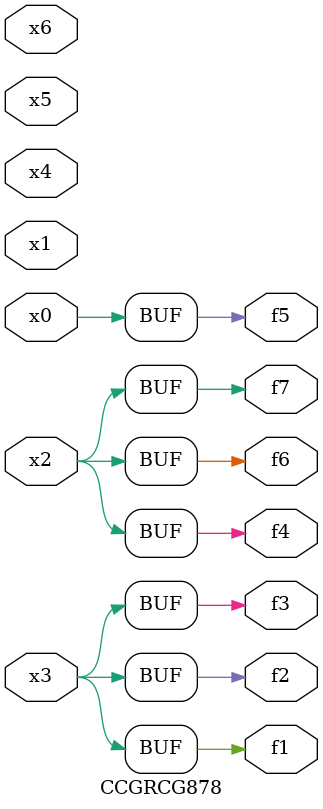
<source format=v>
module CCGRCG878(
	input x0, x1, x2, x3, x4, x5, x6,
	output f1, f2, f3, f4, f5, f6, f7
);
	assign f1 = x3;
	assign f2 = x3;
	assign f3 = x3;
	assign f4 = x2;
	assign f5 = x0;
	assign f6 = x2;
	assign f7 = x2;
endmodule

</source>
